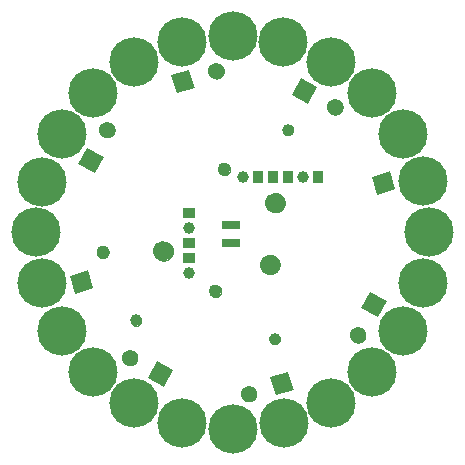
<source format=gbs>
G75*
%MOIN*%
%OFA0B0*%
%FSLAX25Y25*%
%IPPOS*%
%LPD*%
%AMOC8*
5,1,8,0,0,1.08239X$1,22.5*
%
%ADD10C,0.00000*%
%ADD11C,0.05400*%
%ADD12C,0.03943*%
%ADD13C,0.06699*%
%ADD14C,0.04337*%
%ADD15R,0.06306X0.06306*%
%ADD16R,0.03900X0.03600*%
%ADD17C,0.03900*%
%ADD18R,0.03600X0.03900*%
%ADD19R,0.06306X0.02762*%
%ADD20C,0.16400*%
D10*
X0038119Y0033019D02*
X0038121Y0033118D01*
X0038127Y0033218D01*
X0038137Y0033317D01*
X0038151Y0033415D01*
X0038168Y0033513D01*
X0038190Y0033610D01*
X0038215Y0033706D01*
X0038244Y0033801D01*
X0038277Y0033895D01*
X0038314Y0033987D01*
X0038354Y0034078D01*
X0038398Y0034167D01*
X0038446Y0034255D01*
X0038497Y0034340D01*
X0038551Y0034423D01*
X0038608Y0034505D01*
X0038669Y0034583D01*
X0038733Y0034660D01*
X0038799Y0034733D01*
X0038869Y0034804D01*
X0038941Y0034872D01*
X0039016Y0034938D01*
X0039094Y0035000D01*
X0039174Y0035059D01*
X0039256Y0035115D01*
X0039340Y0035167D01*
X0039427Y0035216D01*
X0039515Y0035262D01*
X0039605Y0035304D01*
X0039697Y0035343D01*
X0039790Y0035378D01*
X0039884Y0035409D01*
X0039980Y0035436D01*
X0040077Y0035459D01*
X0040174Y0035479D01*
X0040272Y0035495D01*
X0040371Y0035507D01*
X0040470Y0035515D01*
X0040569Y0035519D01*
X0040669Y0035519D01*
X0040768Y0035515D01*
X0040867Y0035507D01*
X0040966Y0035495D01*
X0041064Y0035479D01*
X0041161Y0035459D01*
X0041258Y0035436D01*
X0041354Y0035409D01*
X0041448Y0035378D01*
X0041541Y0035343D01*
X0041633Y0035304D01*
X0041723Y0035262D01*
X0041811Y0035216D01*
X0041898Y0035167D01*
X0041982Y0035115D01*
X0042064Y0035059D01*
X0042144Y0035000D01*
X0042222Y0034938D01*
X0042297Y0034872D01*
X0042369Y0034804D01*
X0042439Y0034733D01*
X0042505Y0034660D01*
X0042569Y0034583D01*
X0042630Y0034505D01*
X0042687Y0034423D01*
X0042741Y0034340D01*
X0042792Y0034255D01*
X0042840Y0034167D01*
X0042884Y0034078D01*
X0042924Y0033987D01*
X0042961Y0033895D01*
X0042994Y0033801D01*
X0043023Y0033706D01*
X0043048Y0033610D01*
X0043070Y0033513D01*
X0043087Y0033415D01*
X0043101Y0033317D01*
X0043111Y0033218D01*
X0043117Y0033118D01*
X0043119Y0033019D01*
X0043117Y0032920D01*
X0043111Y0032820D01*
X0043101Y0032721D01*
X0043087Y0032623D01*
X0043070Y0032525D01*
X0043048Y0032428D01*
X0043023Y0032332D01*
X0042994Y0032237D01*
X0042961Y0032143D01*
X0042924Y0032051D01*
X0042884Y0031960D01*
X0042840Y0031871D01*
X0042792Y0031783D01*
X0042741Y0031698D01*
X0042687Y0031615D01*
X0042630Y0031533D01*
X0042569Y0031455D01*
X0042505Y0031378D01*
X0042439Y0031305D01*
X0042369Y0031234D01*
X0042297Y0031166D01*
X0042222Y0031100D01*
X0042144Y0031038D01*
X0042064Y0030979D01*
X0041982Y0030923D01*
X0041898Y0030871D01*
X0041811Y0030822D01*
X0041723Y0030776D01*
X0041633Y0030734D01*
X0041541Y0030695D01*
X0041448Y0030660D01*
X0041354Y0030629D01*
X0041258Y0030602D01*
X0041161Y0030579D01*
X0041064Y0030559D01*
X0040966Y0030543D01*
X0040867Y0030531D01*
X0040768Y0030523D01*
X0040669Y0030519D01*
X0040569Y0030519D01*
X0040470Y0030523D01*
X0040371Y0030531D01*
X0040272Y0030543D01*
X0040174Y0030559D01*
X0040077Y0030579D01*
X0039980Y0030602D01*
X0039884Y0030629D01*
X0039790Y0030660D01*
X0039697Y0030695D01*
X0039605Y0030734D01*
X0039515Y0030776D01*
X0039427Y0030822D01*
X0039340Y0030871D01*
X0039256Y0030923D01*
X0039174Y0030979D01*
X0039094Y0031038D01*
X0039016Y0031100D01*
X0038941Y0031166D01*
X0038869Y0031234D01*
X0038799Y0031305D01*
X0038733Y0031378D01*
X0038669Y0031455D01*
X0038608Y0031533D01*
X0038551Y0031615D01*
X0038497Y0031698D01*
X0038446Y0031783D01*
X0038398Y0031871D01*
X0038354Y0031960D01*
X0038314Y0032051D01*
X0038277Y0032143D01*
X0038244Y0032237D01*
X0038215Y0032332D01*
X0038190Y0032428D01*
X0038168Y0032525D01*
X0038151Y0032623D01*
X0038137Y0032721D01*
X0038127Y0032820D01*
X0038121Y0032920D01*
X0038119Y0033019D01*
X0040859Y0045486D02*
X0040861Y0045570D01*
X0040867Y0045653D01*
X0040877Y0045736D01*
X0040891Y0045819D01*
X0040908Y0045901D01*
X0040930Y0045982D01*
X0040955Y0046061D01*
X0040984Y0046140D01*
X0041017Y0046217D01*
X0041053Y0046292D01*
X0041093Y0046366D01*
X0041136Y0046438D01*
X0041183Y0046507D01*
X0041233Y0046574D01*
X0041286Y0046639D01*
X0041342Y0046701D01*
X0041400Y0046761D01*
X0041462Y0046818D01*
X0041526Y0046871D01*
X0041593Y0046922D01*
X0041662Y0046969D01*
X0041733Y0047014D01*
X0041806Y0047054D01*
X0041881Y0047091D01*
X0041958Y0047125D01*
X0042036Y0047155D01*
X0042115Y0047181D01*
X0042196Y0047204D01*
X0042278Y0047222D01*
X0042360Y0047237D01*
X0042443Y0047248D01*
X0042526Y0047255D01*
X0042610Y0047258D01*
X0042694Y0047257D01*
X0042777Y0047252D01*
X0042861Y0047243D01*
X0042943Y0047230D01*
X0043025Y0047214D01*
X0043106Y0047193D01*
X0043187Y0047169D01*
X0043265Y0047141D01*
X0043343Y0047109D01*
X0043419Y0047073D01*
X0043493Y0047034D01*
X0043565Y0046992D01*
X0043635Y0046946D01*
X0043703Y0046897D01*
X0043768Y0046845D01*
X0043831Y0046790D01*
X0043891Y0046732D01*
X0043949Y0046671D01*
X0044003Y0046607D01*
X0044055Y0046541D01*
X0044103Y0046473D01*
X0044148Y0046402D01*
X0044189Y0046329D01*
X0044228Y0046255D01*
X0044262Y0046179D01*
X0044293Y0046101D01*
X0044320Y0046022D01*
X0044344Y0045941D01*
X0044363Y0045860D01*
X0044379Y0045778D01*
X0044391Y0045695D01*
X0044399Y0045611D01*
X0044403Y0045528D01*
X0044403Y0045444D01*
X0044399Y0045361D01*
X0044391Y0045277D01*
X0044379Y0045194D01*
X0044363Y0045112D01*
X0044344Y0045031D01*
X0044320Y0044950D01*
X0044293Y0044871D01*
X0044262Y0044793D01*
X0044228Y0044717D01*
X0044189Y0044643D01*
X0044148Y0044570D01*
X0044103Y0044499D01*
X0044055Y0044431D01*
X0044003Y0044365D01*
X0043949Y0044301D01*
X0043891Y0044240D01*
X0043831Y0044182D01*
X0043768Y0044127D01*
X0043703Y0044075D01*
X0043635Y0044026D01*
X0043565Y0043980D01*
X0043493Y0043938D01*
X0043419Y0043899D01*
X0043343Y0043863D01*
X0043265Y0043831D01*
X0043187Y0043803D01*
X0043106Y0043779D01*
X0043025Y0043758D01*
X0042943Y0043742D01*
X0042861Y0043729D01*
X0042777Y0043720D01*
X0042694Y0043715D01*
X0042610Y0043714D01*
X0042526Y0043717D01*
X0042443Y0043724D01*
X0042360Y0043735D01*
X0042278Y0043750D01*
X0042196Y0043768D01*
X0042115Y0043791D01*
X0042036Y0043817D01*
X0041958Y0043847D01*
X0041881Y0043881D01*
X0041806Y0043918D01*
X0041733Y0043958D01*
X0041662Y0044003D01*
X0041593Y0044050D01*
X0041526Y0044101D01*
X0041462Y0044154D01*
X0041400Y0044211D01*
X0041342Y0044271D01*
X0041286Y0044333D01*
X0041233Y0044398D01*
X0041183Y0044465D01*
X0041136Y0044534D01*
X0041093Y0044606D01*
X0041053Y0044680D01*
X0041017Y0044755D01*
X0040984Y0044832D01*
X0040955Y0044911D01*
X0040930Y0044990D01*
X0040908Y0045071D01*
X0040891Y0045153D01*
X0040877Y0045236D01*
X0040867Y0045319D01*
X0040861Y0045402D01*
X0040859Y0045486D01*
X0029556Y0068274D02*
X0029558Y0068362D01*
X0029564Y0068450D01*
X0029574Y0068538D01*
X0029588Y0068626D01*
X0029605Y0068712D01*
X0029627Y0068798D01*
X0029652Y0068882D01*
X0029682Y0068966D01*
X0029714Y0069048D01*
X0029751Y0069128D01*
X0029791Y0069207D01*
X0029835Y0069284D01*
X0029882Y0069359D01*
X0029932Y0069431D01*
X0029986Y0069502D01*
X0030042Y0069569D01*
X0030102Y0069635D01*
X0030164Y0069697D01*
X0030230Y0069757D01*
X0030297Y0069813D01*
X0030368Y0069867D01*
X0030440Y0069917D01*
X0030515Y0069964D01*
X0030592Y0070008D01*
X0030671Y0070048D01*
X0030751Y0070085D01*
X0030833Y0070117D01*
X0030917Y0070147D01*
X0031001Y0070172D01*
X0031087Y0070194D01*
X0031173Y0070211D01*
X0031261Y0070225D01*
X0031349Y0070235D01*
X0031437Y0070241D01*
X0031525Y0070243D01*
X0031613Y0070241D01*
X0031701Y0070235D01*
X0031789Y0070225D01*
X0031877Y0070211D01*
X0031963Y0070194D01*
X0032049Y0070172D01*
X0032133Y0070147D01*
X0032217Y0070117D01*
X0032299Y0070085D01*
X0032379Y0070048D01*
X0032458Y0070008D01*
X0032535Y0069964D01*
X0032610Y0069917D01*
X0032682Y0069867D01*
X0032753Y0069813D01*
X0032820Y0069757D01*
X0032886Y0069697D01*
X0032948Y0069635D01*
X0033008Y0069569D01*
X0033064Y0069502D01*
X0033118Y0069431D01*
X0033168Y0069359D01*
X0033215Y0069284D01*
X0033259Y0069207D01*
X0033299Y0069128D01*
X0033336Y0069048D01*
X0033368Y0068966D01*
X0033398Y0068882D01*
X0033423Y0068798D01*
X0033445Y0068712D01*
X0033462Y0068626D01*
X0033476Y0068538D01*
X0033486Y0068450D01*
X0033492Y0068362D01*
X0033494Y0068274D01*
X0033492Y0068186D01*
X0033486Y0068098D01*
X0033476Y0068010D01*
X0033462Y0067922D01*
X0033445Y0067836D01*
X0033423Y0067750D01*
X0033398Y0067666D01*
X0033368Y0067582D01*
X0033336Y0067500D01*
X0033299Y0067420D01*
X0033259Y0067341D01*
X0033215Y0067264D01*
X0033168Y0067189D01*
X0033118Y0067117D01*
X0033064Y0067046D01*
X0033008Y0066979D01*
X0032948Y0066913D01*
X0032886Y0066851D01*
X0032820Y0066791D01*
X0032753Y0066735D01*
X0032682Y0066681D01*
X0032610Y0066631D01*
X0032535Y0066584D01*
X0032458Y0066540D01*
X0032379Y0066500D01*
X0032299Y0066463D01*
X0032217Y0066431D01*
X0032133Y0066401D01*
X0032049Y0066376D01*
X0031963Y0066354D01*
X0031877Y0066337D01*
X0031789Y0066323D01*
X0031701Y0066313D01*
X0031613Y0066307D01*
X0031525Y0066305D01*
X0031437Y0066307D01*
X0031349Y0066313D01*
X0031261Y0066323D01*
X0031173Y0066337D01*
X0031087Y0066354D01*
X0031001Y0066376D01*
X0030917Y0066401D01*
X0030833Y0066431D01*
X0030751Y0066463D01*
X0030671Y0066500D01*
X0030592Y0066540D01*
X0030515Y0066584D01*
X0030440Y0066631D01*
X0030368Y0066681D01*
X0030297Y0066735D01*
X0030230Y0066791D01*
X0030164Y0066851D01*
X0030102Y0066913D01*
X0030042Y0066979D01*
X0029986Y0067046D01*
X0029932Y0067117D01*
X0029882Y0067189D01*
X0029835Y0067264D01*
X0029791Y0067341D01*
X0029751Y0067420D01*
X0029714Y0067500D01*
X0029682Y0067582D01*
X0029652Y0067666D01*
X0029627Y0067750D01*
X0029605Y0067836D01*
X0029588Y0067922D01*
X0029574Y0068010D01*
X0029564Y0068098D01*
X0029558Y0068186D01*
X0029556Y0068274D01*
X0048652Y0068588D02*
X0048654Y0068700D01*
X0048660Y0068811D01*
X0048670Y0068923D01*
X0048684Y0069034D01*
X0048701Y0069144D01*
X0048723Y0069254D01*
X0048749Y0069363D01*
X0048778Y0069471D01*
X0048811Y0069577D01*
X0048848Y0069683D01*
X0048889Y0069787D01*
X0048934Y0069890D01*
X0048982Y0069991D01*
X0049033Y0070090D01*
X0049088Y0070187D01*
X0049147Y0070282D01*
X0049208Y0070376D01*
X0049273Y0070467D01*
X0049342Y0070555D01*
X0049413Y0070641D01*
X0049487Y0070725D01*
X0049565Y0070805D01*
X0049645Y0070883D01*
X0049728Y0070959D01*
X0049813Y0071031D01*
X0049901Y0071100D01*
X0049991Y0071166D01*
X0050084Y0071228D01*
X0050179Y0071288D01*
X0050276Y0071344D01*
X0050374Y0071396D01*
X0050475Y0071445D01*
X0050577Y0071490D01*
X0050681Y0071532D01*
X0050786Y0071570D01*
X0050893Y0071604D01*
X0051000Y0071634D01*
X0051109Y0071661D01*
X0051218Y0071683D01*
X0051329Y0071702D01*
X0051439Y0071717D01*
X0051551Y0071728D01*
X0051662Y0071735D01*
X0051774Y0071738D01*
X0051886Y0071737D01*
X0051998Y0071732D01*
X0052109Y0071723D01*
X0052220Y0071710D01*
X0052331Y0071693D01*
X0052441Y0071673D01*
X0052550Y0071648D01*
X0052658Y0071620D01*
X0052765Y0071587D01*
X0052871Y0071551D01*
X0052975Y0071511D01*
X0053078Y0071468D01*
X0053180Y0071421D01*
X0053279Y0071370D01*
X0053377Y0071316D01*
X0053473Y0071258D01*
X0053567Y0071197D01*
X0053658Y0071133D01*
X0053747Y0071066D01*
X0053834Y0070995D01*
X0053918Y0070921D01*
X0054000Y0070845D01*
X0054078Y0070765D01*
X0054154Y0070683D01*
X0054227Y0070598D01*
X0054297Y0070511D01*
X0054363Y0070421D01*
X0054427Y0070329D01*
X0054487Y0070235D01*
X0054544Y0070139D01*
X0054597Y0070040D01*
X0054647Y0069940D01*
X0054693Y0069839D01*
X0054736Y0069735D01*
X0054775Y0069630D01*
X0054810Y0069524D01*
X0054841Y0069417D01*
X0054869Y0069308D01*
X0054892Y0069199D01*
X0054912Y0069089D01*
X0054928Y0068978D01*
X0054940Y0068867D01*
X0054948Y0068756D01*
X0054952Y0068644D01*
X0054952Y0068532D01*
X0054948Y0068420D01*
X0054940Y0068309D01*
X0054928Y0068198D01*
X0054912Y0068087D01*
X0054892Y0067977D01*
X0054869Y0067868D01*
X0054841Y0067759D01*
X0054810Y0067652D01*
X0054775Y0067546D01*
X0054736Y0067441D01*
X0054693Y0067337D01*
X0054647Y0067236D01*
X0054597Y0067136D01*
X0054544Y0067037D01*
X0054487Y0066941D01*
X0054427Y0066847D01*
X0054363Y0066755D01*
X0054297Y0066665D01*
X0054227Y0066578D01*
X0054154Y0066493D01*
X0054078Y0066411D01*
X0054000Y0066331D01*
X0053918Y0066255D01*
X0053834Y0066181D01*
X0053747Y0066110D01*
X0053658Y0066043D01*
X0053567Y0065979D01*
X0053473Y0065918D01*
X0053377Y0065860D01*
X0053279Y0065806D01*
X0053180Y0065755D01*
X0053078Y0065708D01*
X0052975Y0065665D01*
X0052871Y0065625D01*
X0052765Y0065589D01*
X0052658Y0065556D01*
X0052550Y0065528D01*
X0052441Y0065503D01*
X0052331Y0065483D01*
X0052220Y0065466D01*
X0052109Y0065453D01*
X0051998Y0065444D01*
X0051886Y0065439D01*
X0051774Y0065438D01*
X0051662Y0065441D01*
X0051551Y0065448D01*
X0051439Y0065459D01*
X0051329Y0065474D01*
X0051218Y0065493D01*
X0051109Y0065515D01*
X0051000Y0065542D01*
X0050893Y0065572D01*
X0050786Y0065606D01*
X0050681Y0065644D01*
X0050577Y0065686D01*
X0050475Y0065731D01*
X0050374Y0065780D01*
X0050276Y0065832D01*
X0050179Y0065888D01*
X0050084Y0065948D01*
X0049991Y0066010D01*
X0049901Y0066076D01*
X0049813Y0066145D01*
X0049728Y0066217D01*
X0049645Y0066293D01*
X0049565Y0066371D01*
X0049487Y0066451D01*
X0049413Y0066535D01*
X0049342Y0066621D01*
X0049273Y0066709D01*
X0049208Y0066800D01*
X0049147Y0066894D01*
X0049088Y0066989D01*
X0049033Y0067086D01*
X0048982Y0067185D01*
X0048934Y0067286D01*
X0048889Y0067389D01*
X0048848Y0067493D01*
X0048811Y0067599D01*
X0048778Y0067705D01*
X0048749Y0067813D01*
X0048723Y0067922D01*
X0048701Y0068032D01*
X0048684Y0068142D01*
X0048670Y0068253D01*
X0048660Y0068365D01*
X0048654Y0068476D01*
X0048652Y0068588D01*
X0067155Y0055278D02*
X0067157Y0055366D01*
X0067163Y0055454D01*
X0067173Y0055542D01*
X0067187Y0055630D01*
X0067204Y0055716D01*
X0067226Y0055802D01*
X0067251Y0055886D01*
X0067281Y0055970D01*
X0067313Y0056052D01*
X0067350Y0056132D01*
X0067390Y0056211D01*
X0067434Y0056288D01*
X0067481Y0056363D01*
X0067531Y0056435D01*
X0067585Y0056506D01*
X0067641Y0056573D01*
X0067701Y0056639D01*
X0067763Y0056701D01*
X0067829Y0056761D01*
X0067896Y0056817D01*
X0067967Y0056871D01*
X0068039Y0056921D01*
X0068114Y0056968D01*
X0068191Y0057012D01*
X0068270Y0057052D01*
X0068350Y0057089D01*
X0068432Y0057121D01*
X0068516Y0057151D01*
X0068600Y0057176D01*
X0068686Y0057198D01*
X0068772Y0057215D01*
X0068860Y0057229D01*
X0068948Y0057239D01*
X0069036Y0057245D01*
X0069124Y0057247D01*
X0069212Y0057245D01*
X0069300Y0057239D01*
X0069388Y0057229D01*
X0069476Y0057215D01*
X0069562Y0057198D01*
X0069648Y0057176D01*
X0069732Y0057151D01*
X0069816Y0057121D01*
X0069898Y0057089D01*
X0069978Y0057052D01*
X0070057Y0057012D01*
X0070134Y0056968D01*
X0070209Y0056921D01*
X0070281Y0056871D01*
X0070352Y0056817D01*
X0070419Y0056761D01*
X0070485Y0056701D01*
X0070547Y0056639D01*
X0070607Y0056573D01*
X0070663Y0056506D01*
X0070717Y0056435D01*
X0070767Y0056363D01*
X0070814Y0056288D01*
X0070858Y0056211D01*
X0070898Y0056132D01*
X0070935Y0056052D01*
X0070967Y0055970D01*
X0070997Y0055886D01*
X0071022Y0055802D01*
X0071044Y0055716D01*
X0071061Y0055630D01*
X0071075Y0055542D01*
X0071085Y0055454D01*
X0071091Y0055366D01*
X0071093Y0055278D01*
X0071091Y0055190D01*
X0071085Y0055102D01*
X0071075Y0055014D01*
X0071061Y0054926D01*
X0071044Y0054840D01*
X0071022Y0054754D01*
X0070997Y0054670D01*
X0070967Y0054586D01*
X0070935Y0054504D01*
X0070898Y0054424D01*
X0070858Y0054345D01*
X0070814Y0054268D01*
X0070767Y0054193D01*
X0070717Y0054121D01*
X0070663Y0054050D01*
X0070607Y0053983D01*
X0070547Y0053917D01*
X0070485Y0053855D01*
X0070419Y0053795D01*
X0070352Y0053739D01*
X0070281Y0053685D01*
X0070209Y0053635D01*
X0070134Y0053588D01*
X0070057Y0053544D01*
X0069978Y0053504D01*
X0069898Y0053467D01*
X0069816Y0053435D01*
X0069732Y0053405D01*
X0069648Y0053380D01*
X0069562Y0053358D01*
X0069476Y0053341D01*
X0069388Y0053327D01*
X0069300Y0053317D01*
X0069212Y0053311D01*
X0069124Y0053309D01*
X0069036Y0053311D01*
X0068948Y0053317D01*
X0068860Y0053327D01*
X0068772Y0053341D01*
X0068686Y0053358D01*
X0068600Y0053380D01*
X0068516Y0053405D01*
X0068432Y0053435D01*
X0068350Y0053467D01*
X0068270Y0053504D01*
X0068191Y0053544D01*
X0068114Y0053588D01*
X0068039Y0053635D01*
X0067967Y0053685D01*
X0067896Y0053739D01*
X0067829Y0053795D01*
X0067763Y0053855D01*
X0067701Y0053917D01*
X0067641Y0053983D01*
X0067585Y0054050D01*
X0067531Y0054121D01*
X0067481Y0054193D01*
X0067434Y0054268D01*
X0067390Y0054345D01*
X0067350Y0054424D01*
X0067313Y0054504D01*
X0067281Y0054586D01*
X0067251Y0054670D01*
X0067226Y0054754D01*
X0067204Y0054840D01*
X0067187Y0054926D01*
X0067173Y0055014D01*
X0067163Y0055102D01*
X0067157Y0055190D01*
X0067155Y0055278D01*
X0084218Y0064133D02*
X0084220Y0064245D01*
X0084226Y0064356D01*
X0084236Y0064468D01*
X0084250Y0064579D01*
X0084267Y0064689D01*
X0084289Y0064799D01*
X0084315Y0064908D01*
X0084344Y0065016D01*
X0084377Y0065122D01*
X0084414Y0065228D01*
X0084455Y0065332D01*
X0084500Y0065435D01*
X0084548Y0065536D01*
X0084599Y0065635D01*
X0084654Y0065732D01*
X0084713Y0065827D01*
X0084774Y0065921D01*
X0084839Y0066012D01*
X0084908Y0066100D01*
X0084979Y0066186D01*
X0085053Y0066270D01*
X0085131Y0066350D01*
X0085211Y0066428D01*
X0085294Y0066504D01*
X0085379Y0066576D01*
X0085467Y0066645D01*
X0085557Y0066711D01*
X0085650Y0066773D01*
X0085745Y0066833D01*
X0085842Y0066889D01*
X0085940Y0066941D01*
X0086041Y0066990D01*
X0086143Y0067035D01*
X0086247Y0067077D01*
X0086352Y0067115D01*
X0086459Y0067149D01*
X0086566Y0067179D01*
X0086675Y0067206D01*
X0086784Y0067228D01*
X0086895Y0067247D01*
X0087005Y0067262D01*
X0087117Y0067273D01*
X0087228Y0067280D01*
X0087340Y0067283D01*
X0087452Y0067282D01*
X0087564Y0067277D01*
X0087675Y0067268D01*
X0087786Y0067255D01*
X0087897Y0067238D01*
X0088007Y0067218D01*
X0088116Y0067193D01*
X0088224Y0067165D01*
X0088331Y0067132D01*
X0088437Y0067096D01*
X0088541Y0067056D01*
X0088644Y0067013D01*
X0088746Y0066966D01*
X0088845Y0066915D01*
X0088943Y0066861D01*
X0089039Y0066803D01*
X0089133Y0066742D01*
X0089224Y0066678D01*
X0089313Y0066611D01*
X0089400Y0066540D01*
X0089484Y0066466D01*
X0089566Y0066390D01*
X0089644Y0066310D01*
X0089720Y0066228D01*
X0089793Y0066143D01*
X0089863Y0066056D01*
X0089929Y0065966D01*
X0089993Y0065874D01*
X0090053Y0065780D01*
X0090110Y0065684D01*
X0090163Y0065585D01*
X0090213Y0065485D01*
X0090259Y0065384D01*
X0090302Y0065280D01*
X0090341Y0065175D01*
X0090376Y0065069D01*
X0090407Y0064962D01*
X0090435Y0064853D01*
X0090458Y0064744D01*
X0090478Y0064634D01*
X0090494Y0064523D01*
X0090506Y0064412D01*
X0090514Y0064301D01*
X0090518Y0064189D01*
X0090518Y0064077D01*
X0090514Y0063965D01*
X0090506Y0063854D01*
X0090494Y0063743D01*
X0090478Y0063632D01*
X0090458Y0063522D01*
X0090435Y0063413D01*
X0090407Y0063304D01*
X0090376Y0063197D01*
X0090341Y0063091D01*
X0090302Y0062986D01*
X0090259Y0062882D01*
X0090213Y0062781D01*
X0090163Y0062681D01*
X0090110Y0062582D01*
X0090053Y0062486D01*
X0089993Y0062392D01*
X0089929Y0062300D01*
X0089863Y0062210D01*
X0089793Y0062123D01*
X0089720Y0062038D01*
X0089644Y0061956D01*
X0089566Y0061876D01*
X0089484Y0061800D01*
X0089400Y0061726D01*
X0089313Y0061655D01*
X0089224Y0061588D01*
X0089133Y0061524D01*
X0089039Y0061463D01*
X0088943Y0061405D01*
X0088845Y0061351D01*
X0088746Y0061300D01*
X0088644Y0061253D01*
X0088541Y0061210D01*
X0088437Y0061170D01*
X0088331Y0061134D01*
X0088224Y0061101D01*
X0088116Y0061073D01*
X0088007Y0061048D01*
X0087897Y0061028D01*
X0087786Y0061011D01*
X0087675Y0060998D01*
X0087564Y0060989D01*
X0087452Y0060984D01*
X0087340Y0060983D01*
X0087228Y0060986D01*
X0087117Y0060993D01*
X0087005Y0061004D01*
X0086895Y0061019D01*
X0086784Y0061038D01*
X0086675Y0061060D01*
X0086566Y0061087D01*
X0086459Y0061117D01*
X0086352Y0061151D01*
X0086247Y0061189D01*
X0086143Y0061231D01*
X0086041Y0061276D01*
X0085940Y0061325D01*
X0085842Y0061377D01*
X0085745Y0061433D01*
X0085650Y0061493D01*
X0085557Y0061555D01*
X0085467Y0061621D01*
X0085379Y0061690D01*
X0085294Y0061762D01*
X0085211Y0061838D01*
X0085131Y0061916D01*
X0085053Y0061996D01*
X0084979Y0062080D01*
X0084908Y0062166D01*
X0084839Y0062254D01*
X0084774Y0062345D01*
X0084713Y0062439D01*
X0084654Y0062534D01*
X0084599Y0062631D01*
X0084548Y0062730D01*
X0084500Y0062831D01*
X0084455Y0062934D01*
X0084414Y0063038D01*
X0084377Y0063144D01*
X0084344Y0063250D01*
X0084315Y0063358D01*
X0084289Y0063467D01*
X0084267Y0063577D01*
X0084250Y0063687D01*
X0084236Y0063798D01*
X0084226Y0063910D01*
X0084220Y0064021D01*
X0084218Y0064133D01*
X0085940Y0084748D02*
X0085942Y0084860D01*
X0085948Y0084971D01*
X0085958Y0085083D01*
X0085972Y0085194D01*
X0085989Y0085304D01*
X0086011Y0085414D01*
X0086037Y0085523D01*
X0086066Y0085631D01*
X0086099Y0085737D01*
X0086136Y0085843D01*
X0086177Y0085947D01*
X0086222Y0086050D01*
X0086270Y0086151D01*
X0086321Y0086250D01*
X0086376Y0086347D01*
X0086435Y0086442D01*
X0086496Y0086536D01*
X0086561Y0086627D01*
X0086630Y0086715D01*
X0086701Y0086801D01*
X0086775Y0086885D01*
X0086853Y0086965D01*
X0086933Y0087043D01*
X0087016Y0087119D01*
X0087101Y0087191D01*
X0087189Y0087260D01*
X0087279Y0087326D01*
X0087372Y0087388D01*
X0087467Y0087448D01*
X0087564Y0087504D01*
X0087662Y0087556D01*
X0087763Y0087605D01*
X0087865Y0087650D01*
X0087969Y0087692D01*
X0088074Y0087730D01*
X0088181Y0087764D01*
X0088288Y0087794D01*
X0088397Y0087821D01*
X0088506Y0087843D01*
X0088617Y0087862D01*
X0088727Y0087877D01*
X0088839Y0087888D01*
X0088950Y0087895D01*
X0089062Y0087898D01*
X0089174Y0087897D01*
X0089286Y0087892D01*
X0089397Y0087883D01*
X0089508Y0087870D01*
X0089619Y0087853D01*
X0089729Y0087833D01*
X0089838Y0087808D01*
X0089946Y0087780D01*
X0090053Y0087747D01*
X0090159Y0087711D01*
X0090263Y0087671D01*
X0090366Y0087628D01*
X0090468Y0087581D01*
X0090567Y0087530D01*
X0090665Y0087476D01*
X0090761Y0087418D01*
X0090855Y0087357D01*
X0090946Y0087293D01*
X0091035Y0087226D01*
X0091122Y0087155D01*
X0091206Y0087081D01*
X0091288Y0087005D01*
X0091366Y0086925D01*
X0091442Y0086843D01*
X0091515Y0086758D01*
X0091585Y0086671D01*
X0091651Y0086581D01*
X0091715Y0086489D01*
X0091775Y0086395D01*
X0091832Y0086299D01*
X0091885Y0086200D01*
X0091935Y0086100D01*
X0091981Y0085999D01*
X0092024Y0085895D01*
X0092063Y0085790D01*
X0092098Y0085684D01*
X0092129Y0085577D01*
X0092157Y0085468D01*
X0092180Y0085359D01*
X0092200Y0085249D01*
X0092216Y0085138D01*
X0092228Y0085027D01*
X0092236Y0084916D01*
X0092240Y0084804D01*
X0092240Y0084692D01*
X0092236Y0084580D01*
X0092228Y0084469D01*
X0092216Y0084358D01*
X0092200Y0084247D01*
X0092180Y0084137D01*
X0092157Y0084028D01*
X0092129Y0083919D01*
X0092098Y0083812D01*
X0092063Y0083706D01*
X0092024Y0083601D01*
X0091981Y0083497D01*
X0091935Y0083396D01*
X0091885Y0083296D01*
X0091832Y0083197D01*
X0091775Y0083101D01*
X0091715Y0083007D01*
X0091651Y0082915D01*
X0091585Y0082825D01*
X0091515Y0082738D01*
X0091442Y0082653D01*
X0091366Y0082571D01*
X0091288Y0082491D01*
X0091206Y0082415D01*
X0091122Y0082341D01*
X0091035Y0082270D01*
X0090946Y0082203D01*
X0090855Y0082139D01*
X0090761Y0082078D01*
X0090665Y0082020D01*
X0090567Y0081966D01*
X0090468Y0081915D01*
X0090366Y0081868D01*
X0090263Y0081825D01*
X0090159Y0081785D01*
X0090053Y0081749D01*
X0089946Y0081716D01*
X0089838Y0081688D01*
X0089729Y0081663D01*
X0089619Y0081643D01*
X0089508Y0081626D01*
X0089397Y0081613D01*
X0089286Y0081604D01*
X0089174Y0081599D01*
X0089062Y0081598D01*
X0088950Y0081601D01*
X0088839Y0081608D01*
X0088727Y0081619D01*
X0088617Y0081634D01*
X0088506Y0081653D01*
X0088397Y0081675D01*
X0088288Y0081702D01*
X0088181Y0081732D01*
X0088074Y0081766D01*
X0087969Y0081804D01*
X0087865Y0081846D01*
X0087763Y0081891D01*
X0087662Y0081940D01*
X0087564Y0081992D01*
X0087467Y0082048D01*
X0087372Y0082108D01*
X0087279Y0082170D01*
X0087189Y0082236D01*
X0087101Y0082305D01*
X0087016Y0082377D01*
X0086933Y0082453D01*
X0086853Y0082531D01*
X0086775Y0082611D01*
X0086701Y0082695D01*
X0086630Y0082781D01*
X0086561Y0082869D01*
X0086496Y0082960D01*
X0086435Y0083054D01*
X0086376Y0083149D01*
X0086321Y0083246D01*
X0086270Y0083345D01*
X0086222Y0083446D01*
X0086177Y0083549D01*
X0086136Y0083653D01*
X0086099Y0083759D01*
X0086066Y0083865D01*
X0086037Y0083973D01*
X0086011Y0084082D01*
X0085989Y0084192D01*
X0085972Y0084302D01*
X0085958Y0084413D01*
X0085948Y0084525D01*
X0085942Y0084636D01*
X0085940Y0084748D01*
X0070056Y0095892D02*
X0070058Y0095980D01*
X0070064Y0096068D01*
X0070074Y0096156D01*
X0070088Y0096244D01*
X0070105Y0096330D01*
X0070127Y0096416D01*
X0070152Y0096500D01*
X0070182Y0096584D01*
X0070214Y0096666D01*
X0070251Y0096746D01*
X0070291Y0096825D01*
X0070335Y0096902D01*
X0070382Y0096977D01*
X0070432Y0097049D01*
X0070486Y0097120D01*
X0070542Y0097187D01*
X0070602Y0097253D01*
X0070664Y0097315D01*
X0070730Y0097375D01*
X0070797Y0097431D01*
X0070868Y0097485D01*
X0070940Y0097535D01*
X0071015Y0097582D01*
X0071092Y0097626D01*
X0071171Y0097666D01*
X0071251Y0097703D01*
X0071333Y0097735D01*
X0071417Y0097765D01*
X0071501Y0097790D01*
X0071587Y0097812D01*
X0071673Y0097829D01*
X0071761Y0097843D01*
X0071849Y0097853D01*
X0071937Y0097859D01*
X0072025Y0097861D01*
X0072113Y0097859D01*
X0072201Y0097853D01*
X0072289Y0097843D01*
X0072377Y0097829D01*
X0072463Y0097812D01*
X0072549Y0097790D01*
X0072633Y0097765D01*
X0072717Y0097735D01*
X0072799Y0097703D01*
X0072879Y0097666D01*
X0072958Y0097626D01*
X0073035Y0097582D01*
X0073110Y0097535D01*
X0073182Y0097485D01*
X0073253Y0097431D01*
X0073320Y0097375D01*
X0073386Y0097315D01*
X0073448Y0097253D01*
X0073508Y0097187D01*
X0073564Y0097120D01*
X0073618Y0097049D01*
X0073668Y0096977D01*
X0073715Y0096902D01*
X0073759Y0096825D01*
X0073799Y0096746D01*
X0073836Y0096666D01*
X0073868Y0096584D01*
X0073898Y0096500D01*
X0073923Y0096416D01*
X0073945Y0096330D01*
X0073962Y0096244D01*
X0073976Y0096156D01*
X0073986Y0096068D01*
X0073992Y0095980D01*
X0073994Y0095892D01*
X0073992Y0095804D01*
X0073986Y0095716D01*
X0073976Y0095628D01*
X0073962Y0095540D01*
X0073945Y0095454D01*
X0073923Y0095368D01*
X0073898Y0095284D01*
X0073868Y0095200D01*
X0073836Y0095118D01*
X0073799Y0095038D01*
X0073759Y0094959D01*
X0073715Y0094882D01*
X0073668Y0094807D01*
X0073618Y0094735D01*
X0073564Y0094664D01*
X0073508Y0094597D01*
X0073448Y0094531D01*
X0073386Y0094469D01*
X0073320Y0094409D01*
X0073253Y0094353D01*
X0073182Y0094299D01*
X0073110Y0094249D01*
X0073035Y0094202D01*
X0072958Y0094158D01*
X0072879Y0094118D01*
X0072799Y0094081D01*
X0072717Y0094049D01*
X0072633Y0094019D01*
X0072549Y0093994D01*
X0072463Y0093972D01*
X0072377Y0093955D01*
X0072289Y0093941D01*
X0072201Y0093931D01*
X0072113Y0093925D01*
X0072025Y0093923D01*
X0071937Y0093925D01*
X0071849Y0093931D01*
X0071761Y0093941D01*
X0071673Y0093955D01*
X0071587Y0093972D01*
X0071501Y0093994D01*
X0071417Y0094019D01*
X0071333Y0094049D01*
X0071251Y0094081D01*
X0071171Y0094118D01*
X0071092Y0094158D01*
X0071015Y0094202D01*
X0070940Y0094249D01*
X0070868Y0094299D01*
X0070797Y0094353D01*
X0070730Y0094409D01*
X0070664Y0094469D01*
X0070602Y0094531D01*
X0070542Y0094597D01*
X0070486Y0094664D01*
X0070432Y0094735D01*
X0070382Y0094807D01*
X0070335Y0094882D01*
X0070291Y0094959D01*
X0070251Y0095038D01*
X0070214Y0095118D01*
X0070182Y0095200D01*
X0070152Y0095284D01*
X0070127Y0095368D01*
X0070105Y0095454D01*
X0070088Y0095540D01*
X0070074Y0095628D01*
X0070064Y0095716D01*
X0070058Y0095804D01*
X0070056Y0095892D01*
X0091483Y0109007D02*
X0091485Y0109091D01*
X0091491Y0109174D01*
X0091501Y0109257D01*
X0091515Y0109340D01*
X0091532Y0109422D01*
X0091554Y0109503D01*
X0091579Y0109582D01*
X0091608Y0109661D01*
X0091641Y0109738D01*
X0091677Y0109813D01*
X0091717Y0109887D01*
X0091760Y0109959D01*
X0091807Y0110028D01*
X0091857Y0110095D01*
X0091910Y0110160D01*
X0091966Y0110222D01*
X0092024Y0110282D01*
X0092086Y0110339D01*
X0092150Y0110392D01*
X0092217Y0110443D01*
X0092286Y0110490D01*
X0092357Y0110535D01*
X0092430Y0110575D01*
X0092505Y0110612D01*
X0092582Y0110646D01*
X0092660Y0110676D01*
X0092739Y0110702D01*
X0092820Y0110725D01*
X0092902Y0110743D01*
X0092984Y0110758D01*
X0093067Y0110769D01*
X0093150Y0110776D01*
X0093234Y0110779D01*
X0093318Y0110778D01*
X0093401Y0110773D01*
X0093485Y0110764D01*
X0093567Y0110751D01*
X0093649Y0110735D01*
X0093730Y0110714D01*
X0093811Y0110690D01*
X0093889Y0110662D01*
X0093967Y0110630D01*
X0094043Y0110594D01*
X0094117Y0110555D01*
X0094189Y0110513D01*
X0094259Y0110467D01*
X0094327Y0110418D01*
X0094392Y0110366D01*
X0094455Y0110311D01*
X0094515Y0110253D01*
X0094573Y0110192D01*
X0094627Y0110128D01*
X0094679Y0110062D01*
X0094727Y0109994D01*
X0094772Y0109923D01*
X0094813Y0109850D01*
X0094852Y0109776D01*
X0094886Y0109700D01*
X0094917Y0109622D01*
X0094944Y0109543D01*
X0094968Y0109462D01*
X0094987Y0109381D01*
X0095003Y0109299D01*
X0095015Y0109216D01*
X0095023Y0109132D01*
X0095027Y0109049D01*
X0095027Y0108965D01*
X0095023Y0108882D01*
X0095015Y0108798D01*
X0095003Y0108715D01*
X0094987Y0108633D01*
X0094968Y0108552D01*
X0094944Y0108471D01*
X0094917Y0108392D01*
X0094886Y0108314D01*
X0094852Y0108238D01*
X0094813Y0108164D01*
X0094772Y0108091D01*
X0094727Y0108020D01*
X0094679Y0107952D01*
X0094627Y0107886D01*
X0094573Y0107822D01*
X0094515Y0107761D01*
X0094455Y0107703D01*
X0094392Y0107648D01*
X0094327Y0107596D01*
X0094259Y0107547D01*
X0094189Y0107501D01*
X0094117Y0107459D01*
X0094043Y0107420D01*
X0093967Y0107384D01*
X0093889Y0107352D01*
X0093811Y0107324D01*
X0093730Y0107300D01*
X0093649Y0107279D01*
X0093567Y0107263D01*
X0093485Y0107250D01*
X0093401Y0107241D01*
X0093318Y0107236D01*
X0093234Y0107235D01*
X0093150Y0107238D01*
X0093067Y0107245D01*
X0092984Y0107256D01*
X0092902Y0107271D01*
X0092820Y0107289D01*
X0092739Y0107312D01*
X0092660Y0107338D01*
X0092582Y0107368D01*
X0092505Y0107402D01*
X0092430Y0107439D01*
X0092357Y0107479D01*
X0092286Y0107524D01*
X0092217Y0107571D01*
X0092150Y0107622D01*
X0092086Y0107675D01*
X0092024Y0107732D01*
X0091966Y0107792D01*
X0091910Y0107854D01*
X0091857Y0107919D01*
X0091807Y0107986D01*
X0091760Y0108055D01*
X0091717Y0108127D01*
X0091677Y0108201D01*
X0091641Y0108276D01*
X0091608Y0108353D01*
X0091579Y0108432D01*
X0091554Y0108511D01*
X0091532Y0108592D01*
X0091515Y0108674D01*
X0091501Y0108757D01*
X0091491Y0108840D01*
X0091485Y0108923D01*
X0091483Y0109007D01*
X0106519Y0116619D02*
X0106521Y0116718D01*
X0106527Y0116818D01*
X0106537Y0116917D01*
X0106551Y0117015D01*
X0106568Y0117113D01*
X0106590Y0117210D01*
X0106615Y0117306D01*
X0106644Y0117401D01*
X0106677Y0117495D01*
X0106714Y0117587D01*
X0106754Y0117678D01*
X0106798Y0117767D01*
X0106846Y0117855D01*
X0106897Y0117940D01*
X0106951Y0118023D01*
X0107008Y0118105D01*
X0107069Y0118183D01*
X0107133Y0118260D01*
X0107199Y0118333D01*
X0107269Y0118404D01*
X0107341Y0118472D01*
X0107416Y0118538D01*
X0107494Y0118600D01*
X0107574Y0118659D01*
X0107656Y0118715D01*
X0107740Y0118767D01*
X0107827Y0118816D01*
X0107915Y0118862D01*
X0108005Y0118904D01*
X0108097Y0118943D01*
X0108190Y0118978D01*
X0108284Y0119009D01*
X0108380Y0119036D01*
X0108477Y0119059D01*
X0108574Y0119079D01*
X0108672Y0119095D01*
X0108771Y0119107D01*
X0108870Y0119115D01*
X0108969Y0119119D01*
X0109069Y0119119D01*
X0109168Y0119115D01*
X0109267Y0119107D01*
X0109366Y0119095D01*
X0109464Y0119079D01*
X0109561Y0119059D01*
X0109658Y0119036D01*
X0109754Y0119009D01*
X0109848Y0118978D01*
X0109941Y0118943D01*
X0110033Y0118904D01*
X0110123Y0118862D01*
X0110211Y0118816D01*
X0110298Y0118767D01*
X0110382Y0118715D01*
X0110464Y0118659D01*
X0110544Y0118600D01*
X0110622Y0118538D01*
X0110697Y0118472D01*
X0110769Y0118404D01*
X0110839Y0118333D01*
X0110905Y0118260D01*
X0110969Y0118183D01*
X0111030Y0118105D01*
X0111087Y0118023D01*
X0111141Y0117940D01*
X0111192Y0117855D01*
X0111240Y0117767D01*
X0111284Y0117678D01*
X0111324Y0117587D01*
X0111361Y0117495D01*
X0111394Y0117401D01*
X0111423Y0117306D01*
X0111448Y0117210D01*
X0111470Y0117113D01*
X0111487Y0117015D01*
X0111501Y0116917D01*
X0111511Y0116818D01*
X0111517Y0116718D01*
X0111519Y0116619D01*
X0111517Y0116520D01*
X0111511Y0116420D01*
X0111501Y0116321D01*
X0111487Y0116223D01*
X0111470Y0116125D01*
X0111448Y0116028D01*
X0111423Y0115932D01*
X0111394Y0115837D01*
X0111361Y0115743D01*
X0111324Y0115651D01*
X0111284Y0115560D01*
X0111240Y0115471D01*
X0111192Y0115383D01*
X0111141Y0115298D01*
X0111087Y0115215D01*
X0111030Y0115133D01*
X0110969Y0115055D01*
X0110905Y0114978D01*
X0110839Y0114905D01*
X0110769Y0114834D01*
X0110697Y0114766D01*
X0110622Y0114700D01*
X0110544Y0114638D01*
X0110464Y0114579D01*
X0110382Y0114523D01*
X0110298Y0114471D01*
X0110211Y0114422D01*
X0110123Y0114376D01*
X0110033Y0114334D01*
X0109941Y0114295D01*
X0109848Y0114260D01*
X0109754Y0114229D01*
X0109658Y0114202D01*
X0109561Y0114179D01*
X0109464Y0114159D01*
X0109366Y0114143D01*
X0109267Y0114131D01*
X0109168Y0114123D01*
X0109069Y0114119D01*
X0108969Y0114119D01*
X0108870Y0114123D01*
X0108771Y0114131D01*
X0108672Y0114143D01*
X0108574Y0114159D01*
X0108477Y0114179D01*
X0108380Y0114202D01*
X0108284Y0114229D01*
X0108190Y0114260D01*
X0108097Y0114295D01*
X0108005Y0114334D01*
X0107915Y0114376D01*
X0107827Y0114422D01*
X0107740Y0114471D01*
X0107656Y0114523D01*
X0107574Y0114579D01*
X0107494Y0114638D01*
X0107416Y0114700D01*
X0107341Y0114766D01*
X0107269Y0114834D01*
X0107199Y0114905D01*
X0107133Y0114978D01*
X0107069Y0115055D01*
X0107008Y0115133D01*
X0106951Y0115215D01*
X0106897Y0115298D01*
X0106846Y0115383D01*
X0106798Y0115471D01*
X0106754Y0115560D01*
X0106714Y0115651D01*
X0106677Y0115743D01*
X0106644Y0115837D01*
X0106615Y0115932D01*
X0106590Y0116028D01*
X0106568Y0116125D01*
X0106551Y0116223D01*
X0106537Y0116321D01*
X0106527Y0116420D01*
X0106521Y0116520D01*
X0106519Y0116619D01*
X0066919Y0128619D02*
X0066921Y0128718D01*
X0066927Y0128818D01*
X0066937Y0128917D01*
X0066951Y0129015D01*
X0066968Y0129113D01*
X0066990Y0129210D01*
X0067015Y0129306D01*
X0067044Y0129401D01*
X0067077Y0129495D01*
X0067114Y0129587D01*
X0067154Y0129678D01*
X0067198Y0129767D01*
X0067246Y0129855D01*
X0067297Y0129940D01*
X0067351Y0130023D01*
X0067408Y0130105D01*
X0067469Y0130183D01*
X0067533Y0130260D01*
X0067599Y0130333D01*
X0067669Y0130404D01*
X0067741Y0130472D01*
X0067816Y0130538D01*
X0067894Y0130600D01*
X0067974Y0130659D01*
X0068056Y0130715D01*
X0068140Y0130767D01*
X0068227Y0130816D01*
X0068315Y0130862D01*
X0068405Y0130904D01*
X0068497Y0130943D01*
X0068590Y0130978D01*
X0068684Y0131009D01*
X0068780Y0131036D01*
X0068877Y0131059D01*
X0068974Y0131079D01*
X0069072Y0131095D01*
X0069171Y0131107D01*
X0069270Y0131115D01*
X0069369Y0131119D01*
X0069469Y0131119D01*
X0069568Y0131115D01*
X0069667Y0131107D01*
X0069766Y0131095D01*
X0069864Y0131079D01*
X0069961Y0131059D01*
X0070058Y0131036D01*
X0070154Y0131009D01*
X0070248Y0130978D01*
X0070341Y0130943D01*
X0070433Y0130904D01*
X0070523Y0130862D01*
X0070611Y0130816D01*
X0070698Y0130767D01*
X0070782Y0130715D01*
X0070864Y0130659D01*
X0070944Y0130600D01*
X0071022Y0130538D01*
X0071097Y0130472D01*
X0071169Y0130404D01*
X0071239Y0130333D01*
X0071305Y0130260D01*
X0071369Y0130183D01*
X0071430Y0130105D01*
X0071487Y0130023D01*
X0071541Y0129940D01*
X0071592Y0129855D01*
X0071640Y0129767D01*
X0071684Y0129678D01*
X0071724Y0129587D01*
X0071761Y0129495D01*
X0071794Y0129401D01*
X0071823Y0129306D01*
X0071848Y0129210D01*
X0071870Y0129113D01*
X0071887Y0129015D01*
X0071901Y0128917D01*
X0071911Y0128818D01*
X0071917Y0128718D01*
X0071919Y0128619D01*
X0071917Y0128520D01*
X0071911Y0128420D01*
X0071901Y0128321D01*
X0071887Y0128223D01*
X0071870Y0128125D01*
X0071848Y0128028D01*
X0071823Y0127932D01*
X0071794Y0127837D01*
X0071761Y0127743D01*
X0071724Y0127651D01*
X0071684Y0127560D01*
X0071640Y0127471D01*
X0071592Y0127383D01*
X0071541Y0127298D01*
X0071487Y0127215D01*
X0071430Y0127133D01*
X0071369Y0127055D01*
X0071305Y0126978D01*
X0071239Y0126905D01*
X0071169Y0126834D01*
X0071097Y0126766D01*
X0071022Y0126700D01*
X0070944Y0126638D01*
X0070864Y0126579D01*
X0070782Y0126523D01*
X0070698Y0126471D01*
X0070611Y0126422D01*
X0070523Y0126376D01*
X0070433Y0126334D01*
X0070341Y0126295D01*
X0070248Y0126260D01*
X0070154Y0126229D01*
X0070058Y0126202D01*
X0069961Y0126179D01*
X0069864Y0126159D01*
X0069766Y0126143D01*
X0069667Y0126131D01*
X0069568Y0126123D01*
X0069469Y0126119D01*
X0069369Y0126119D01*
X0069270Y0126123D01*
X0069171Y0126131D01*
X0069072Y0126143D01*
X0068974Y0126159D01*
X0068877Y0126179D01*
X0068780Y0126202D01*
X0068684Y0126229D01*
X0068590Y0126260D01*
X0068497Y0126295D01*
X0068405Y0126334D01*
X0068315Y0126376D01*
X0068227Y0126422D01*
X0068140Y0126471D01*
X0068056Y0126523D01*
X0067974Y0126579D01*
X0067894Y0126638D01*
X0067816Y0126700D01*
X0067741Y0126766D01*
X0067669Y0126834D01*
X0067599Y0126905D01*
X0067533Y0126978D01*
X0067469Y0127055D01*
X0067408Y0127133D01*
X0067351Y0127215D01*
X0067297Y0127298D01*
X0067246Y0127383D01*
X0067198Y0127471D01*
X0067154Y0127560D01*
X0067114Y0127651D01*
X0067077Y0127743D01*
X0067044Y0127837D01*
X0067015Y0127932D01*
X0066990Y0128028D01*
X0066968Y0128125D01*
X0066951Y0128223D01*
X0066937Y0128321D01*
X0066927Y0128420D01*
X0066921Y0128520D01*
X0066919Y0128619D01*
X0030519Y0109019D02*
X0030521Y0109118D01*
X0030527Y0109218D01*
X0030537Y0109317D01*
X0030551Y0109415D01*
X0030568Y0109513D01*
X0030590Y0109610D01*
X0030615Y0109706D01*
X0030644Y0109801D01*
X0030677Y0109895D01*
X0030714Y0109987D01*
X0030754Y0110078D01*
X0030798Y0110167D01*
X0030846Y0110255D01*
X0030897Y0110340D01*
X0030951Y0110423D01*
X0031008Y0110505D01*
X0031069Y0110583D01*
X0031133Y0110660D01*
X0031199Y0110733D01*
X0031269Y0110804D01*
X0031341Y0110872D01*
X0031416Y0110938D01*
X0031494Y0111000D01*
X0031574Y0111059D01*
X0031656Y0111115D01*
X0031740Y0111167D01*
X0031827Y0111216D01*
X0031915Y0111262D01*
X0032005Y0111304D01*
X0032097Y0111343D01*
X0032190Y0111378D01*
X0032284Y0111409D01*
X0032380Y0111436D01*
X0032477Y0111459D01*
X0032574Y0111479D01*
X0032672Y0111495D01*
X0032771Y0111507D01*
X0032870Y0111515D01*
X0032969Y0111519D01*
X0033069Y0111519D01*
X0033168Y0111515D01*
X0033267Y0111507D01*
X0033366Y0111495D01*
X0033464Y0111479D01*
X0033561Y0111459D01*
X0033658Y0111436D01*
X0033754Y0111409D01*
X0033848Y0111378D01*
X0033941Y0111343D01*
X0034033Y0111304D01*
X0034123Y0111262D01*
X0034211Y0111216D01*
X0034298Y0111167D01*
X0034382Y0111115D01*
X0034464Y0111059D01*
X0034544Y0111000D01*
X0034622Y0110938D01*
X0034697Y0110872D01*
X0034769Y0110804D01*
X0034839Y0110733D01*
X0034905Y0110660D01*
X0034969Y0110583D01*
X0035030Y0110505D01*
X0035087Y0110423D01*
X0035141Y0110340D01*
X0035192Y0110255D01*
X0035240Y0110167D01*
X0035284Y0110078D01*
X0035324Y0109987D01*
X0035361Y0109895D01*
X0035394Y0109801D01*
X0035423Y0109706D01*
X0035448Y0109610D01*
X0035470Y0109513D01*
X0035487Y0109415D01*
X0035501Y0109317D01*
X0035511Y0109218D01*
X0035517Y0109118D01*
X0035519Y0109019D01*
X0035517Y0108920D01*
X0035511Y0108820D01*
X0035501Y0108721D01*
X0035487Y0108623D01*
X0035470Y0108525D01*
X0035448Y0108428D01*
X0035423Y0108332D01*
X0035394Y0108237D01*
X0035361Y0108143D01*
X0035324Y0108051D01*
X0035284Y0107960D01*
X0035240Y0107871D01*
X0035192Y0107783D01*
X0035141Y0107698D01*
X0035087Y0107615D01*
X0035030Y0107533D01*
X0034969Y0107455D01*
X0034905Y0107378D01*
X0034839Y0107305D01*
X0034769Y0107234D01*
X0034697Y0107166D01*
X0034622Y0107100D01*
X0034544Y0107038D01*
X0034464Y0106979D01*
X0034382Y0106923D01*
X0034298Y0106871D01*
X0034211Y0106822D01*
X0034123Y0106776D01*
X0034033Y0106734D01*
X0033941Y0106695D01*
X0033848Y0106660D01*
X0033754Y0106629D01*
X0033658Y0106602D01*
X0033561Y0106579D01*
X0033464Y0106559D01*
X0033366Y0106543D01*
X0033267Y0106531D01*
X0033168Y0106523D01*
X0033069Y0106519D01*
X0032969Y0106519D01*
X0032870Y0106523D01*
X0032771Y0106531D01*
X0032672Y0106543D01*
X0032574Y0106559D01*
X0032477Y0106579D01*
X0032380Y0106602D01*
X0032284Y0106629D01*
X0032190Y0106660D01*
X0032097Y0106695D01*
X0032005Y0106734D01*
X0031915Y0106776D01*
X0031827Y0106822D01*
X0031740Y0106871D01*
X0031656Y0106923D01*
X0031574Y0106979D01*
X0031494Y0107038D01*
X0031416Y0107100D01*
X0031341Y0107166D01*
X0031269Y0107234D01*
X0031199Y0107305D01*
X0031133Y0107378D01*
X0031069Y0107455D01*
X0031008Y0107533D01*
X0030951Y0107615D01*
X0030897Y0107698D01*
X0030846Y0107783D01*
X0030798Y0107871D01*
X0030754Y0107960D01*
X0030714Y0108051D01*
X0030677Y0108143D01*
X0030644Y0108237D01*
X0030615Y0108332D01*
X0030590Y0108428D01*
X0030568Y0108525D01*
X0030551Y0108623D01*
X0030537Y0108721D01*
X0030527Y0108820D01*
X0030521Y0108920D01*
X0030519Y0109019D01*
X0087047Y0039319D02*
X0087049Y0039403D01*
X0087055Y0039486D01*
X0087065Y0039569D01*
X0087079Y0039652D01*
X0087096Y0039734D01*
X0087118Y0039815D01*
X0087143Y0039894D01*
X0087172Y0039973D01*
X0087205Y0040050D01*
X0087241Y0040125D01*
X0087281Y0040199D01*
X0087324Y0040271D01*
X0087371Y0040340D01*
X0087421Y0040407D01*
X0087474Y0040472D01*
X0087530Y0040534D01*
X0087588Y0040594D01*
X0087650Y0040651D01*
X0087714Y0040704D01*
X0087781Y0040755D01*
X0087850Y0040802D01*
X0087921Y0040847D01*
X0087994Y0040887D01*
X0088069Y0040924D01*
X0088146Y0040958D01*
X0088224Y0040988D01*
X0088303Y0041014D01*
X0088384Y0041037D01*
X0088466Y0041055D01*
X0088548Y0041070D01*
X0088631Y0041081D01*
X0088714Y0041088D01*
X0088798Y0041091D01*
X0088882Y0041090D01*
X0088965Y0041085D01*
X0089049Y0041076D01*
X0089131Y0041063D01*
X0089213Y0041047D01*
X0089294Y0041026D01*
X0089375Y0041002D01*
X0089453Y0040974D01*
X0089531Y0040942D01*
X0089607Y0040906D01*
X0089681Y0040867D01*
X0089753Y0040825D01*
X0089823Y0040779D01*
X0089891Y0040730D01*
X0089956Y0040678D01*
X0090019Y0040623D01*
X0090079Y0040565D01*
X0090137Y0040504D01*
X0090191Y0040440D01*
X0090243Y0040374D01*
X0090291Y0040306D01*
X0090336Y0040235D01*
X0090377Y0040162D01*
X0090416Y0040088D01*
X0090450Y0040012D01*
X0090481Y0039934D01*
X0090508Y0039855D01*
X0090532Y0039774D01*
X0090551Y0039693D01*
X0090567Y0039611D01*
X0090579Y0039528D01*
X0090587Y0039444D01*
X0090591Y0039361D01*
X0090591Y0039277D01*
X0090587Y0039194D01*
X0090579Y0039110D01*
X0090567Y0039027D01*
X0090551Y0038945D01*
X0090532Y0038864D01*
X0090508Y0038783D01*
X0090481Y0038704D01*
X0090450Y0038626D01*
X0090416Y0038550D01*
X0090377Y0038476D01*
X0090336Y0038403D01*
X0090291Y0038332D01*
X0090243Y0038264D01*
X0090191Y0038198D01*
X0090137Y0038134D01*
X0090079Y0038073D01*
X0090019Y0038015D01*
X0089956Y0037960D01*
X0089891Y0037908D01*
X0089823Y0037859D01*
X0089753Y0037813D01*
X0089681Y0037771D01*
X0089607Y0037732D01*
X0089531Y0037696D01*
X0089453Y0037664D01*
X0089375Y0037636D01*
X0089294Y0037612D01*
X0089213Y0037591D01*
X0089131Y0037575D01*
X0089049Y0037562D01*
X0088965Y0037553D01*
X0088882Y0037548D01*
X0088798Y0037547D01*
X0088714Y0037550D01*
X0088631Y0037557D01*
X0088548Y0037568D01*
X0088466Y0037583D01*
X0088384Y0037601D01*
X0088303Y0037624D01*
X0088224Y0037650D01*
X0088146Y0037680D01*
X0088069Y0037714D01*
X0087994Y0037751D01*
X0087921Y0037791D01*
X0087850Y0037836D01*
X0087781Y0037883D01*
X0087714Y0037934D01*
X0087650Y0037987D01*
X0087588Y0038044D01*
X0087530Y0038104D01*
X0087474Y0038166D01*
X0087421Y0038231D01*
X0087371Y0038298D01*
X0087324Y0038367D01*
X0087281Y0038439D01*
X0087241Y0038513D01*
X0087205Y0038588D01*
X0087172Y0038665D01*
X0087143Y0038744D01*
X0087118Y0038823D01*
X0087096Y0038904D01*
X0087079Y0038986D01*
X0087065Y0039069D01*
X0087055Y0039152D01*
X0087049Y0039235D01*
X0087047Y0039319D01*
X0077719Y0021019D02*
X0077721Y0021118D01*
X0077727Y0021218D01*
X0077737Y0021317D01*
X0077751Y0021415D01*
X0077768Y0021513D01*
X0077790Y0021610D01*
X0077815Y0021706D01*
X0077844Y0021801D01*
X0077877Y0021895D01*
X0077914Y0021987D01*
X0077954Y0022078D01*
X0077998Y0022167D01*
X0078046Y0022255D01*
X0078097Y0022340D01*
X0078151Y0022423D01*
X0078208Y0022505D01*
X0078269Y0022583D01*
X0078333Y0022660D01*
X0078399Y0022733D01*
X0078469Y0022804D01*
X0078541Y0022872D01*
X0078616Y0022938D01*
X0078694Y0023000D01*
X0078774Y0023059D01*
X0078856Y0023115D01*
X0078940Y0023167D01*
X0079027Y0023216D01*
X0079115Y0023262D01*
X0079205Y0023304D01*
X0079297Y0023343D01*
X0079390Y0023378D01*
X0079484Y0023409D01*
X0079580Y0023436D01*
X0079677Y0023459D01*
X0079774Y0023479D01*
X0079872Y0023495D01*
X0079971Y0023507D01*
X0080070Y0023515D01*
X0080169Y0023519D01*
X0080269Y0023519D01*
X0080368Y0023515D01*
X0080467Y0023507D01*
X0080566Y0023495D01*
X0080664Y0023479D01*
X0080761Y0023459D01*
X0080858Y0023436D01*
X0080954Y0023409D01*
X0081048Y0023378D01*
X0081141Y0023343D01*
X0081233Y0023304D01*
X0081323Y0023262D01*
X0081411Y0023216D01*
X0081498Y0023167D01*
X0081582Y0023115D01*
X0081664Y0023059D01*
X0081744Y0023000D01*
X0081822Y0022938D01*
X0081897Y0022872D01*
X0081969Y0022804D01*
X0082039Y0022733D01*
X0082105Y0022660D01*
X0082169Y0022583D01*
X0082230Y0022505D01*
X0082287Y0022423D01*
X0082341Y0022340D01*
X0082392Y0022255D01*
X0082440Y0022167D01*
X0082484Y0022078D01*
X0082524Y0021987D01*
X0082561Y0021895D01*
X0082594Y0021801D01*
X0082623Y0021706D01*
X0082648Y0021610D01*
X0082670Y0021513D01*
X0082687Y0021415D01*
X0082701Y0021317D01*
X0082711Y0021218D01*
X0082717Y0021118D01*
X0082719Y0021019D01*
X0082717Y0020920D01*
X0082711Y0020820D01*
X0082701Y0020721D01*
X0082687Y0020623D01*
X0082670Y0020525D01*
X0082648Y0020428D01*
X0082623Y0020332D01*
X0082594Y0020237D01*
X0082561Y0020143D01*
X0082524Y0020051D01*
X0082484Y0019960D01*
X0082440Y0019871D01*
X0082392Y0019783D01*
X0082341Y0019698D01*
X0082287Y0019615D01*
X0082230Y0019533D01*
X0082169Y0019455D01*
X0082105Y0019378D01*
X0082039Y0019305D01*
X0081969Y0019234D01*
X0081897Y0019166D01*
X0081822Y0019100D01*
X0081744Y0019038D01*
X0081664Y0018979D01*
X0081582Y0018923D01*
X0081498Y0018871D01*
X0081411Y0018822D01*
X0081323Y0018776D01*
X0081233Y0018734D01*
X0081141Y0018695D01*
X0081048Y0018660D01*
X0080954Y0018629D01*
X0080858Y0018602D01*
X0080761Y0018579D01*
X0080664Y0018559D01*
X0080566Y0018543D01*
X0080467Y0018531D01*
X0080368Y0018523D01*
X0080269Y0018519D01*
X0080169Y0018519D01*
X0080070Y0018523D01*
X0079971Y0018531D01*
X0079872Y0018543D01*
X0079774Y0018559D01*
X0079677Y0018579D01*
X0079580Y0018602D01*
X0079484Y0018629D01*
X0079390Y0018660D01*
X0079297Y0018695D01*
X0079205Y0018734D01*
X0079115Y0018776D01*
X0079027Y0018822D01*
X0078940Y0018871D01*
X0078856Y0018923D01*
X0078774Y0018979D01*
X0078694Y0019038D01*
X0078616Y0019100D01*
X0078541Y0019166D01*
X0078469Y0019234D01*
X0078399Y0019305D01*
X0078333Y0019378D01*
X0078269Y0019455D01*
X0078208Y0019533D01*
X0078151Y0019615D01*
X0078097Y0019698D01*
X0078046Y0019783D01*
X0077998Y0019871D01*
X0077954Y0019960D01*
X0077914Y0020051D01*
X0077877Y0020143D01*
X0077844Y0020237D01*
X0077815Y0020332D01*
X0077790Y0020428D01*
X0077768Y0020525D01*
X0077751Y0020623D01*
X0077737Y0020721D01*
X0077727Y0020820D01*
X0077721Y0020920D01*
X0077719Y0021019D01*
X0114119Y0040619D02*
X0114121Y0040718D01*
X0114127Y0040818D01*
X0114137Y0040917D01*
X0114151Y0041015D01*
X0114168Y0041113D01*
X0114190Y0041210D01*
X0114215Y0041306D01*
X0114244Y0041401D01*
X0114277Y0041495D01*
X0114314Y0041587D01*
X0114354Y0041678D01*
X0114398Y0041767D01*
X0114446Y0041855D01*
X0114497Y0041940D01*
X0114551Y0042023D01*
X0114608Y0042105D01*
X0114669Y0042183D01*
X0114733Y0042260D01*
X0114799Y0042333D01*
X0114869Y0042404D01*
X0114941Y0042472D01*
X0115016Y0042538D01*
X0115094Y0042600D01*
X0115174Y0042659D01*
X0115256Y0042715D01*
X0115340Y0042767D01*
X0115427Y0042816D01*
X0115515Y0042862D01*
X0115605Y0042904D01*
X0115697Y0042943D01*
X0115790Y0042978D01*
X0115884Y0043009D01*
X0115980Y0043036D01*
X0116077Y0043059D01*
X0116174Y0043079D01*
X0116272Y0043095D01*
X0116371Y0043107D01*
X0116470Y0043115D01*
X0116569Y0043119D01*
X0116669Y0043119D01*
X0116768Y0043115D01*
X0116867Y0043107D01*
X0116966Y0043095D01*
X0117064Y0043079D01*
X0117161Y0043059D01*
X0117258Y0043036D01*
X0117354Y0043009D01*
X0117448Y0042978D01*
X0117541Y0042943D01*
X0117633Y0042904D01*
X0117723Y0042862D01*
X0117811Y0042816D01*
X0117898Y0042767D01*
X0117982Y0042715D01*
X0118064Y0042659D01*
X0118144Y0042600D01*
X0118222Y0042538D01*
X0118297Y0042472D01*
X0118369Y0042404D01*
X0118439Y0042333D01*
X0118505Y0042260D01*
X0118569Y0042183D01*
X0118630Y0042105D01*
X0118687Y0042023D01*
X0118741Y0041940D01*
X0118792Y0041855D01*
X0118840Y0041767D01*
X0118884Y0041678D01*
X0118924Y0041587D01*
X0118961Y0041495D01*
X0118994Y0041401D01*
X0119023Y0041306D01*
X0119048Y0041210D01*
X0119070Y0041113D01*
X0119087Y0041015D01*
X0119101Y0040917D01*
X0119111Y0040818D01*
X0119117Y0040718D01*
X0119119Y0040619D01*
X0119117Y0040520D01*
X0119111Y0040420D01*
X0119101Y0040321D01*
X0119087Y0040223D01*
X0119070Y0040125D01*
X0119048Y0040028D01*
X0119023Y0039932D01*
X0118994Y0039837D01*
X0118961Y0039743D01*
X0118924Y0039651D01*
X0118884Y0039560D01*
X0118840Y0039471D01*
X0118792Y0039383D01*
X0118741Y0039298D01*
X0118687Y0039215D01*
X0118630Y0039133D01*
X0118569Y0039055D01*
X0118505Y0038978D01*
X0118439Y0038905D01*
X0118369Y0038834D01*
X0118297Y0038766D01*
X0118222Y0038700D01*
X0118144Y0038638D01*
X0118064Y0038579D01*
X0117982Y0038523D01*
X0117898Y0038471D01*
X0117811Y0038422D01*
X0117723Y0038376D01*
X0117633Y0038334D01*
X0117541Y0038295D01*
X0117448Y0038260D01*
X0117354Y0038229D01*
X0117258Y0038202D01*
X0117161Y0038179D01*
X0117064Y0038159D01*
X0116966Y0038143D01*
X0116867Y0038131D01*
X0116768Y0038123D01*
X0116669Y0038119D01*
X0116569Y0038119D01*
X0116470Y0038123D01*
X0116371Y0038131D01*
X0116272Y0038143D01*
X0116174Y0038159D01*
X0116077Y0038179D01*
X0115980Y0038202D01*
X0115884Y0038229D01*
X0115790Y0038260D01*
X0115697Y0038295D01*
X0115605Y0038334D01*
X0115515Y0038376D01*
X0115427Y0038422D01*
X0115340Y0038471D01*
X0115256Y0038523D01*
X0115174Y0038579D01*
X0115094Y0038638D01*
X0115016Y0038700D01*
X0114941Y0038766D01*
X0114869Y0038834D01*
X0114799Y0038905D01*
X0114733Y0038978D01*
X0114669Y0039055D01*
X0114608Y0039133D01*
X0114551Y0039215D01*
X0114497Y0039298D01*
X0114446Y0039383D01*
X0114398Y0039471D01*
X0114354Y0039560D01*
X0114314Y0039651D01*
X0114277Y0039743D01*
X0114244Y0039837D01*
X0114215Y0039932D01*
X0114190Y0040028D01*
X0114168Y0040125D01*
X0114151Y0040223D01*
X0114137Y0040321D01*
X0114127Y0040420D01*
X0114121Y0040520D01*
X0114119Y0040619D01*
D11*
X0116619Y0040619D03*
X0080219Y0021019D03*
X0040619Y0033019D03*
X0033019Y0109019D03*
X0069419Y0128619D03*
X0109019Y0116619D03*
D12*
X0093255Y0109007D03*
X0042631Y0045486D03*
X0088819Y0039319D03*
D13*
X0087368Y0064133D03*
X0089090Y0084748D03*
X0051802Y0068588D03*
D14*
X0069124Y0055278D03*
X0031525Y0068274D03*
X0072025Y0095892D03*
D15*
G36*
X0060472Y0129137D02*
X0062316Y0123107D01*
X0056286Y0121263D01*
X0054442Y0127293D01*
X0060472Y0129137D01*
G37*
G36*
X0026266Y0103083D02*
X0031833Y0100122D01*
X0028872Y0094555D01*
X0023305Y0097516D01*
X0026266Y0103083D01*
G37*
G36*
X0020500Y0060471D02*
X0026530Y0062315D01*
X0028374Y0056285D01*
X0022344Y0054441D01*
X0020500Y0060471D01*
G37*
G36*
X0046555Y0026266D02*
X0049516Y0031833D01*
X0055083Y0028872D01*
X0052122Y0023305D01*
X0046555Y0026266D01*
G37*
G36*
X0089166Y0020500D02*
X0087322Y0026530D01*
X0093352Y0028374D01*
X0095196Y0022344D01*
X0089166Y0020500D01*
G37*
G36*
X0123372Y0046555D02*
X0117805Y0049516D01*
X0120766Y0055083D01*
X0126333Y0052122D01*
X0123372Y0046555D01*
G37*
G36*
X0129137Y0089166D02*
X0123107Y0087322D01*
X0121263Y0093352D01*
X0127293Y0095196D01*
X0129137Y0089166D01*
G37*
G36*
X0103083Y0123372D02*
X0100122Y0117805D01*
X0094555Y0120766D01*
X0097516Y0126333D01*
X0103083Y0123372D01*
G37*
D16*
X0060319Y0081319D03*
X0060319Y0071319D03*
X0060319Y0066319D03*
D17*
X0060319Y0061319D03*
X0060319Y0076319D03*
X0078319Y0093319D03*
X0098319Y0093319D03*
D18*
X0093319Y0093319D03*
X0088319Y0093319D03*
X0083319Y0093319D03*
X0103319Y0093319D03*
D19*
X0074319Y0077469D03*
X0074319Y0071169D03*
D20*
X0028423Y0028416D03*
X0017994Y0042005D03*
X0011437Y0057831D03*
X0009200Y0074814D03*
X0011435Y0091798D03*
X0017989Y0107624D03*
X0028416Y0121215D03*
X0042005Y0131644D03*
X0057831Y0138201D03*
X0074814Y0140438D03*
X0091798Y0138203D03*
X0107624Y0131649D03*
X0121215Y0121222D03*
X0131644Y0107633D03*
X0138201Y0091807D03*
X0140438Y0074824D03*
X0138203Y0057840D03*
X0131649Y0042014D03*
X0121222Y0028423D03*
X0107633Y0017994D03*
X0091807Y0011437D03*
X0074824Y0009200D03*
X0057840Y0011435D03*
X0042014Y0017989D03*
M02*

</source>
